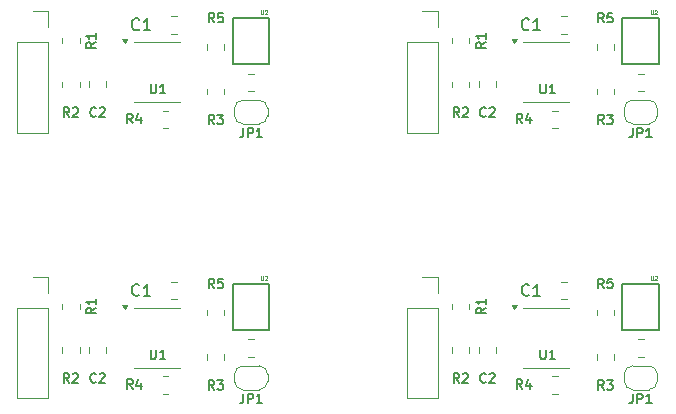
<source format=gbr>
%TF.GenerationSoftware,KiCad,Pcbnew,8.0.8-8.0.8-0~ubuntu24.04.1*%
%TF.CreationDate,2025-02-18T11:08:38+01:00*%
%TF.ProjectId,SPU0410LR5H_panel,53505530-3431-4304-9c52-35485f70616e,rev?*%
%TF.SameCoordinates,Original*%
%TF.FileFunction,Legend,Top*%
%TF.FilePolarity,Positive*%
%FSLAX46Y46*%
G04 Gerber Fmt 4.6, Leading zero omitted, Abs format (unit mm)*
G04 Created by KiCad (PCBNEW 8.0.8-8.0.8-0~ubuntu24.04.1) date 2025-02-18 11:08:38*
%MOMM*%
%LPD*%
G01*
G04 APERTURE LIST*
%ADD10C,0.150000*%
%ADD11C,0.080000*%
%ADD12C,0.120000*%
%ADD13C,0.127000*%
G04 APERTURE END LIST*
D10*
X97133333Y-31002295D02*
X97133333Y-31573723D01*
X97133333Y-31573723D02*
X97095238Y-31688009D01*
X97095238Y-31688009D02*
X97019047Y-31764200D01*
X97019047Y-31764200D02*
X96904762Y-31802295D01*
X96904762Y-31802295D02*
X96828571Y-31802295D01*
X97514286Y-31802295D02*
X97514286Y-31002295D01*
X97514286Y-31002295D02*
X97819048Y-31002295D01*
X97819048Y-31002295D02*
X97895238Y-31040390D01*
X97895238Y-31040390D02*
X97933333Y-31078485D01*
X97933333Y-31078485D02*
X97971429Y-31154676D01*
X97971429Y-31154676D02*
X97971429Y-31268961D01*
X97971429Y-31268961D02*
X97933333Y-31345152D01*
X97933333Y-31345152D02*
X97895238Y-31383247D01*
X97895238Y-31383247D02*
X97819048Y-31421342D01*
X97819048Y-31421342D02*
X97514286Y-31421342D01*
X98733333Y-31802295D02*
X98276190Y-31802295D01*
X98504762Y-31802295D02*
X98504762Y-31002295D01*
X98504762Y-31002295D02*
X98428571Y-31116580D01*
X98428571Y-31116580D02*
X98352381Y-31192771D01*
X98352381Y-31192771D02*
X98276190Y-31230866D01*
X82416667Y-52562296D02*
X82150000Y-52181343D01*
X81959524Y-52562296D02*
X81959524Y-51762296D01*
X81959524Y-51762296D02*
X82264286Y-51762296D01*
X82264286Y-51762296D02*
X82340476Y-51800391D01*
X82340476Y-51800391D02*
X82378571Y-51838486D01*
X82378571Y-51838486D02*
X82416667Y-51914677D01*
X82416667Y-51914677D02*
X82416667Y-52028962D01*
X82416667Y-52028962D02*
X82378571Y-52105153D01*
X82378571Y-52105153D02*
X82340476Y-52143248D01*
X82340476Y-52143248D02*
X82264286Y-52181343D01*
X82264286Y-52181343D02*
X81959524Y-52181343D01*
X82721428Y-51838486D02*
X82759524Y-51800391D01*
X82759524Y-51800391D02*
X82835714Y-51762296D01*
X82835714Y-51762296D02*
X83026190Y-51762296D01*
X83026190Y-51762296D02*
X83102381Y-51800391D01*
X83102381Y-51800391D02*
X83140476Y-51838486D01*
X83140476Y-51838486D02*
X83178571Y-51914677D01*
X83178571Y-51914677D02*
X83178571Y-51990867D01*
X83178571Y-51990867D02*
X83140476Y-52105153D01*
X83140476Y-52105153D02*
X82683333Y-52562296D01*
X82683333Y-52562296D02*
X83178571Y-52562296D01*
X127666667Y-30662296D02*
X127400000Y-30281343D01*
X127209524Y-30662296D02*
X127209524Y-29862296D01*
X127209524Y-29862296D02*
X127514286Y-29862296D01*
X127514286Y-29862296D02*
X127590476Y-29900391D01*
X127590476Y-29900391D02*
X127628571Y-29938486D01*
X127628571Y-29938486D02*
X127666667Y-30014677D01*
X127666667Y-30014677D02*
X127666667Y-30128962D01*
X127666667Y-30128962D02*
X127628571Y-30205153D01*
X127628571Y-30205153D02*
X127590476Y-30243248D01*
X127590476Y-30243248D02*
X127514286Y-30281343D01*
X127514286Y-30281343D02*
X127209524Y-30281343D01*
X127933333Y-29862296D02*
X128428571Y-29862296D01*
X128428571Y-29862296D02*
X128161905Y-30167058D01*
X128161905Y-30167058D02*
X128276190Y-30167058D01*
X128276190Y-30167058D02*
X128352381Y-30205153D01*
X128352381Y-30205153D02*
X128390476Y-30243248D01*
X128390476Y-30243248D02*
X128428571Y-30319439D01*
X128428571Y-30319439D02*
X128428571Y-30509915D01*
X128428571Y-30509915D02*
X128390476Y-30586105D01*
X128390476Y-30586105D02*
X128352381Y-30624201D01*
X128352381Y-30624201D02*
X128276190Y-30662296D01*
X128276190Y-30662296D02*
X128047619Y-30662296D01*
X128047619Y-30662296D02*
X127971428Y-30624201D01*
X127971428Y-30624201D02*
X127933333Y-30586105D01*
X84662295Y-23733332D02*
X84281342Y-23999999D01*
X84662295Y-24190475D02*
X83862295Y-24190475D01*
X83862295Y-24190475D02*
X83862295Y-23885713D01*
X83862295Y-23885713D02*
X83900390Y-23809523D01*
X83900390Y-23809523D02*
X83938485Y-23771428D01*
X83938485Y-23771428D02*
X84014676Y-23733332D01*
X84014676Y-23733332D02*
X84128961Y-23733332D01*
X84128961Y-23733332D02*
X84205152Y-23771428D01*
X84205152Y-23771428D02*
X84243247Y-23809523D01*
X84243247Y-23809523D02*
X84281342Y-23885713D01*
X84281342Y-23885713D02*
X84281342Y-24190475D01*
X84662295Y-22971428D02*
X84662295Y-23428571D01*
X84662295Y-23199999D02*
X83862295Y-23199999D01*
X83862295Y-23199999D02*
X83976580Y-23276190D01*
X83976580Y-23276190D02*
X84052771Y-23352380D01*
X84052771Y-23352380D02*
X84090866Y-23428571D01*
D11*
X98656190Y-21023878D02*
X98656190Y-21282925D01*
X98656190Y-21282925D02*
X98671428Y-21313401D01*
X98671428Y-21313401D02*
X98686666Y-21328640D01*
X98686666Y-21328640D02*
X98717142Y-21343878D01*
X98717142Y-21343878D02*
X98778095Y-21343878D01*
X98778095Y-21343878D02*
X98808571Y-21328640D01*
X98808571Y-21328640D02*
X98823809Y-21313401D01*
X98823809Y-21313401D02*
X98839047Y-21282925D01*
X98839047Y-21282925D02*
X98839047Y-21023878D01*
X98976190Y-21054354D02*
X98991428Y-21039116D01*
X98991428Y-21039116D02*
X99021904Y-21023878D01*
X99021904Y-21023878D02*
X99098095Y-21023878D01*
X99098095Y-21023878D02*
X99128571Y-21039116D01*
X99128571Y-21039116D02*
X99143809Y-21054354D01*
X99143809Y-21054354D02*
X99159047Y-21084830D01*
X99159047Y-21084830D02*
X99159047Y-21115306D01*
X99159047Y-21115306D02*
X99143809Y-21161020D01*
X99143809Y-21161020D02*
X98960952Y-21343878D01*
X98960952Y-21343878D02*
X99159047Y-21343878D01*
D10*
X120766668Y-53087295D02*
X120500001Y-52706342D01*
X120309525Y-53087295D02*
X120309525Y-52287295D01*
X120309525Y-52287295D02*
X120614287Y-52287295D01*
X120614287Y-52287295D02*
X120690477Y-52325390D01*
X120690477Y-52325390D02*
X120728572Y-52363485D01*
X120728572Y-52363485D02*
X120766668Y-52439676D01*
X120766668Y-52439676D02*
X120766668Y-52553961D01*
X120766668Y-52553961D02*
X120728572Y-52630152D01*
X120728572Y-52630152D02*
X120690477Y-52668247D01*
X120690477Y-52668247D02*
X120614287Y-52706342D01*
X120614287Y-52706342D02*
X120309525Y-52706342D01*
X121452382Y-52553961D02*
X121452382Y-53087295D01*
X121261906Y-52249200D02*
X121071429Y-52820628D01*
X121071429Y-52820628D02*
X121566668Y-52820628D01*
X121333333Y-22624580D02*
X121285714Y-22672200D01*
X121285714Y-22672200D02*
X121142857Y-22719819D01*
X121142857Y-22719819D02*
X121047619Y-22719819D01*
X121047619Y-22719819D02*
X120904762Y-22672200D01*
X120904762Y-22672200D02*
X120809524Y-22576961D01*
X120809524Y-22576961D02*
X120761905Y-22481723D01*
X120761905Y-22481723D02*
X120714286Y-22291247D01*
X120714286Y-22291247D02*
X120714286Y-22148390D01*
X120714286Y-22148390D02*
X120761905Y-21957914D01*
X120761905Y-21957914D02*
X120809524Y-21862676D01*
X120809524Y-21862676D02*
X120904762Y-21767438D01*
X120904762Y-21767438D02*
X121047619Y-21719819D01*
X121047619Y-21719819D02*
X121142857Y-21719819D01*
X121142857Y-21719819D02*
X121285714Y-21767438D01*
X121285714Y-21767438D02*
X121333333Y-21815057D01*
X122285714Y-22719819D02*
X121714286Y-22719819D01*
X122000000Y-22719819D02*
X122000000Y-21719819D01*
X122000000Y-21719819D02*
X121904762Y-21862676D01*
X121904762Y-21862676D02*
X121809524Y-21957914D01*
X121809524Y-21957914D02*
X121714286Y-22005533D01*
X94666667Y-53162296D02*
X94400000Y-52781343D01*
X94209524Y-53162296D02*
X94209524Y-52362296D01*
X94209524Y-52362296D02*
X94514286Y-52362296D01*
X94514286Y-52362296D02*
X94590476Y-52400391D01*
X94590476Y-52400391D02*
X94628571Y-52438486D01*
X94628571Y-52438486D02*
X94666667Y-52514677D01*
X94666667Y-52514677D02*
X94666667Y-52628962D01*
X94666667Y-52628962D02*
X94628571Y-52705153D01*
X94628571Y-52705153D02*
X94590476Y-52743248D01*
X94590476Y-52743248D02*
X94514286Y-52781343D01*
X94514286Y-52781343D02*
X94209524Y-52781343D01*
X94933333Y-52362296D02*
X95428571Y-52362296D01*
X95428571Y-52362296D02*
X95161905Y-52667058D01*
X95161905Y-52667058D02*
X95276190Y-52667058D01*
X95276190Y-52667058D02*
X95352381Y-52705153D01*
X95352381Y-52705153D02*
X95390476Y-52743248D01*
X95390476Y-52743248D02*
X95428571Y-52819439D01*
X95428571Y-52819439D02*
X95428571Y-53009915D01*
X95428571Y-53009915D02*
X95390476Y-53086105D01*
X95390476Y-53086105D02*
X95352381Y-53124201D01*
X95352381Y-53124201D02*
X95276190Y-53162296D01*
X95276190Y-53162296D02*
X95047619Y-53162296D01*
X95047619Y-53162296D02*
X94971428Y-53124201D01*
X94971428Y-53124201D02*
X94933333Y-53086105D01*
X84662295Y-46233332D02*
X84281342Y-46499999D01*
X84662295Y-46690475D02*
X83862295Y-46690475D01*
X83862295Y-46690475D02*
X83862295Y-46385713D01*
X83862295Y-46385713D02*
X83900390Y-46309523D01*
X83900390Y-46309523D02*
X83938485Y-46271428D01*
X83938485Y-46271428D02*
X84014676Y-46233332D01*
X84014676Y-46233332D02*
X84128961Y-46233332D01*
X84128961Y-46233332D02*
X84205152Y-46271428D01*
X84205152Y-46271428D02*
X84243247Y-46309523D01*
X84243247Y-46309523D02*
X84281342Y-46385713D01*
X84281342Y-46385713D02*
X84281342Y-46690475D01*
X84662295Y-45471428D02*
X84662295Y-45928571D01*
X84662295Y-45699999D02*
X83862295Y-45699999D01*
X83862295Y-45699999D02*
X83976580Y-45776190D01*
X83976580Y-45776190D02*
X84052771Y-45852380D01*
X84052771Y-45852380D02*
X84090866Y-45928571D01*
X127666667Y-53162296D02*
X127400000Y-52781343D01*
X127209524Y-53162296D02*
X127209524Y-52362296D01*
X127209524Y-52362296D02*
X127514286Y-52362296D01*
X127514286Y-52362296D02*
X127590476Y-52400391D01*
X127590476Y-52400391D02*
X127628571Y-52438486D01*
X127628571Y-52438486D02*
X127666667Y-52514677D01*
X127666667Y-52514677D02*
X127666667Y-52628962D01*
X127666667Y-52628962D02*
X127628571Y-52705153D01*
X127628571Y-52705153D02*
X127590476Y-52743248D01*
X127590476Y-52743248D02*
X127514286Y-52781343D01*
X127514286Y-52781343D02*
X127209524Y-52781343D01*
X127933333Y-52362296D02*
X128428571Y-52362296D01*
X128428571Y-52362296D02*
X128161905Y-52667058D01*
X128161905Y-52667058D02*
X128276190Y-52667058D01*
X128276190Y-52667058D02*
X128352381Y-52705153D01*
X128352381Y-52705153D02*
X128390476Y-52743248D01*
X128390476Y-52743248D02*
X128428571Y-52819439D01*
X128428571Y-52819439D02*
X128428571Y-53009915D01*
X128428571Y-53009915D02*
X128390476Y-53086105D01*
X128390476Y-53086105D02*
X128352381Y-53124201D01*
X128352381Y-53124201D02*
X128276190Y-53162296D01*
X128276190Y-53162296D02*
X128047619Y-53162296D01*
X128047619Y-53162296D02*
X127971428Y-53124201D01*
X127971428Y-53124201D02*
X127933333Y-53086105D01*
X88333333Y-45124580D02*
X88285714Y-45172200D01*
X88285714Y-45172200D02*
X88142857Y-45219819D01*
X88142857Y-45219819D02*
X88047619Y-45219819D01*
X88047619Y-45219819D02*
X87904762Y-45172200D01*
X87904762Y-45172200D02*
X87809524Y-45076961D01*
X87809524Y-45076961D02*
X87761905Y-44981723D01*
X87761905Y-44981723D02*
X87714286Y-44791247D01*
X87714286Y-44791247D02*
X87714286Y-44648390D01*
X87714286Y-44648390D02*
X87761905Y-44457914D01*
X87761905Y-44457914D02*
X87809524Y-44362676D01*
X87809524Y-44362676D02*
X87904762Y-44267438D01*
X87904762Y-44267438D02*
X88047619Y-44219819D01*
X88047619Y-44219819D02*
X88142857Y-44219819D01*
X88142857Y-44219819D02*
X88285714Y-44267438D01*
X88285714Y-44267438D02*
X88333333Y-44315057D01*
X89285714Y-45219819D02*
X88714286Y-45219819D01*
X89000000Y-45219819D02*
X89000000Y-44219819D01*
X89000000Y-44219819D02*
X88904762Y-44362676D01*
X88904762Y-44362676D02*
X88809524Y-44457914D01*
X88809524Y-44457914D02*
X88714286Y-44505533D01*
X130133333Y-53502295D02*
X130133333Y-54073723D01*
X130133333Y-54073723D02*
X130095238Y-54188009D01*
X130095238Y-54188009D02*
X130019047Y-54264200D01*
X130019047Y-54264200D02*
X129904762Y-54302295D01*
X129904762Y-54302295D02*
X129828571Y-54302295D01*
X130514286Y-54302295D02*
X130514286Y-53502295D01*
X130514286Y-53502295D02*
X130819048Y-53502295D01*
X130819048Y-53502295D02*
X130895238Y-53540390D01*
X130895238Y-53540390D02*
X130933333Y-53578485D01*
X130933333Y-53578485D02*
X130971429Y-53654676D01*
X130971429Y-53654676D02*
X130971429Y-53768961D01*
X130971429Y-53768961D02*
X130933333Y-53845152D01*
X130933333Y-53845152D02*
X130895238Y-53883247D01*
X130895238Y-53883247D02*
X130819048Y-53921342D01*
X130819048Y-53921342D02*
X130514286Y-53921342D01*
X131733333Y-54302295D02*
X131276190Y-54302295D01*
X131504762Y-54302295D02*
X131504762Y-53502295D01*
X131504762Y-53502295D02*
X131428571Y-53616580D01*
X131428571Y-53616580D02*
X131352381Y-53692771D01*
X131352381Y-53692771D02*
X131276190Y-53730866D01*
X127666667Y-44562296D02*
X127400000Y-44181343D01*
X127209524Y-44562296D02*
X127209524Y-43762296D01*
X127209524Y-43762296D02*
X127514286Y-43762296D01*
X127514286Y-43762296D02*
X127590476Y-43800391D01*
X127590476Y-43800391D02*
X127628571Y-43838486D01*
X127628571Y-43838486D02*
X127666667Y-43914677D01*
X127666667Y-43914677D02*
X127666667Y-44028962D01*
X127666667Y-44028962D02*
X127628571Y-44105153D01*
X127628571Y-44105153D02*
X127590476Y-44143248D01*
X127590476Y-44143248D02*
X127514286Y-44181343D01*
X127514286Y-44181343D02*
X127209524Y-44181343D01*
X128390476Y-43762296D02*
X128009524Y-43762296D01*
X128009524Y-43762296D02*
X127971428Y-44143248D01*
X127971428Y-44143248D02*
X128009524Y-44105153D01*
X128009524Y-44105153D02*
X128085714Y-44067058D01*
X128085714Y-44067058D02*
X128276190Y-44067058D01*
X128276190Y-44067058D02*
X128352381Y-44105153D01*
X128352381Y-44105153D02*
X128390476Y-44143248D01*
X128390476Y-44143248D02*
X128428571Y-44219439D01*
X128428571Y-44219439D02*
X128428571Y-44409915D01*
X128428571Y-44409915D02*
X128390476Y-44486105D01*
X128390476Y-44486105D02*
X128352381Y-44524201D01*
X128352381Y-44524201D02*
X128276190Y-44562296D01*
X128276190Y-44562296D02*
X128085714Y-44562296D01*
X128085714Y-44562296D02*
X128009524Y-44524201D01*
X128009524Y-44524201D02*
X127971428Y-44486105D01*
X122290476Y-27262296D02*
X122290476Y-27909915D01*
X122290476Y-27909915D02*
X122328571Y-27986105D01*
X122328571Y-27986105D02*
X122366666Y-28024201D01*
X122366666Y-28024201D02*
X122442857Y-28062296D01*
X122442857Y-28062296D02*
X122595238Y-28062296D01*
X122595238Y-28062296D02*
X122671428Y-28024201D01*
X122671428Y-28024201D02*
X122709523Y-27986105D01*
X122709523Y-27986105D02*
X122747619Y-27909915D01*
X122747619Y-27909915D02*
X122747619Y-27262296D01*
X123547618Y-28062296D02*
X123090475Y-28062296D01*
X123319047Y-28062296D02*
X123319047Y-27262296D01*
X123319047Y-27262296D02*
X123242856Y-27376581D01*
X123242856Y-27376581D02*
X123166666Y-27452772D01*
X123166666Y-27452772D02*
X123090475Y-27490867D01*
X94666667Y-22062296D02*
X94400000Y-21681343D01*
X94209524Y-22062296D02*
X94209524Y-21262296D01*
X94209524Y-21262296D02*
X94514286Y-21262296D01*
X94514286Y-21262296D02*
X94590476Y-21300391D01*
X94590476Y-21300391D02*
X94628571Y-21338486D01*
X94628571Y-21338486D02*
X94666667Y-21414677D01*
X94666667Y-21414677D02*
X94666667Y-21528962D01*
X94666667Y-21528962D02*
X94628571Y-21605153D01*
X94628571Y-21605153D02*
X94590476Y-21643248D01*
X94590476Y-21643248D02*
X94514286Y-21681343D01*
X94514286Y-21681343D02*
X94209524Y-21681343D01*
X95390476Y-21262296D02*
X95009524Y-21262296D01*
X95009524Y-21262296D02*
X94971428Y-21643248D01*
X94971428Y-21643248D02*
X95009524Y-21605153D01*
X95009524Y-21605153D02*
X95085714Y-21567058D01*
X95085714Y-21567058D02*
X95276190Y-21567058D01*
X95276190Y-21567058D02*
X95352381Y-21605153D01*
X95352381Y-21605153D02*
X95390476Y-21643248D01*
X95390476Y-21643248D02*
X95428571Y-21719439D01*
X95428571Y-21719439D02*
X95428571Y-21909915D01*
X95428571Y-21909915D02*
X95390476Y-21986105D01*
X95390476Y-21986105D02*
X95352381Y-22024201D01*
X95352381Y-22024201D02*
X95276190Y-22062296D01*
X95276190Y-22062296D02*
X95085714Y-22062296D01*
X95085714Y-22062296D02*
X95009524Y-22024201D01*
X95009524Y-22024201D02*
X94971428Y-21986105D01*
X84666667Y-29986105D02*
X84628571Y-30024201D01*
X84628571Y-30024201D02*
X84514286Y-30062296D01*
X84514286Y-30062296D02*
X84438095Y-30062296D01*
X84438095Y-30062296D02*
X84323809Y-30024201D01*
X84323809Y-30024201D02*
X84247619Y-29948010D01*
X84247619Y-29948010D02*
X84209524Y-29871820D01*
X84209524Y-29871820D02*
X84171428Y-29719439D01*
X84171428Y-29719439D02*
X84171428Y-29605153D01*
X84171428Y-29605153D02*
X84209524Y-29452772D01*
X84209524Y-29452772D02*
X84247619Y-29376581D01*
X84247619Y-29376581D02*
X84323809Y-29300391D01*
X84323809Y-29300391D02*
X84438095Y-29262296D01*
X84438095Y-29262296D02*
X84514286Y-29262296D01*
X84514286Y-29262296D02*
X84628571Y-29300391D01*
X84628571Y-29300391D02*
X84666667Y-29338486D01*
X84971428Y-29338486D02*
X85009524Y-29300391D01*
X85009524Y-29300391D02*
X85085714Y-29262296D01*
X85085714Y-29262296D02*
X85276190Y-29262296D01*
X85276190Y-29262296D02*
X85352381Y-29300391D01*
X85352381Y-29300391D02*
X85390476Y-29338486D01*
X85390476Y-29338486D02*
X85428571Y-29414677D01*
X85428571Y-29414677D02*
X85428571Y-29490867D01*
X85428571Y-29490867D02*
X85390476Y-29605153D01*
X85390476Y-29605153D02*
X84933333Y-30062296D01*
X84933333Y-30062296D02*
X85428571Y-30062296D01*
X122290476Y-49762296D02*
X122290476Y-50409915D01*
X122290476Y-50409915D02*
X122328571Y-50486105D01*
X122328571Y-50486105D02*
X122366666Y-50524201D01*
X122366666Y-50524201D02*
X122442857Y-50562296D01*
X122442857Y-50562296D02*
X122595238Y-50562296D01*
X122595238Y-50562296D02*
X122671428Y-50524201D01*
X122671428Y-50524201D02*
X122709523Y-50486105D01*
X122709523Y-50486105D02*
X122747619Y-50409915D01*
X122747619Y-50409915D02*
X122747619Y-49762296D01*
X123547618Y-50562296D02*
X123090475Y-50562296D01*
X123319047Y-50562296D02*
X123319047Y-49762296D01*
X123319047Y-49762296D02*
X123242856Y-49876581D01*
X123242856Y-49876581D02*
X123166666Y-49952772D01*
X123166666Y-49952772D02*
X123090475Y-49990867D01*
D11*
X98656190Y-43523878D02*
X98656190Y-43782925D01*
X98656190Y-43782925D02*
X98671428Y-43813401D01*
X98671428Y-43813401D02*
X98686666Y-43828640D01*
X98686666Y-43828640D02*
X98717142Y-43843878D01*
X98717142Y-43843878D02*
X98778095Y-43843878D01*
X98778095Y-43843878D02*
X98808571Y-43828640D01*
X98808571Y-43828640D02*
X98823809Y-43813401D01*
X98823809Y-43813401D02*
X98839047Y-43782925D01*
X98839047Y-43782925D02*
X98839047Y-43523878D01*
X98976190Y-43554354D02*
X98991428Y-43539116D01*
X98991428Y-43539116D02*
X99021904Y-43523878D01*
X99021904Y-43523878D02*
X99098095Y-43523878D01*
X99098095Y-43523878D02*
X99128571Y-43539116D01*
X99128571Y-43539116D02*
X99143809Y-43554354D01*
X99143809Y-43554354D02*
X99159047Y-43584830D01*
X99159047Y-43584830D02*
X99159047Y-43615306D01*
X99159047Y-43615306D02*
X99143809Y-43661020D01*
X99143809Y-43661020D02*
X98960952Y-43843878D01*
X98960952Y-43843878D02*
X99159047Y-43843878D01*
D10*
X84666667Y-52486105D02*
X84628571Y-52524201D01*
X84628571Y-52524201D02*
X84514286Y-52562296D01*
X84514286Y-52562296D02*
X84438095Y-52562296D01*
X84438095Y-52562296D02*
X84323809Y-52524201D01*
X84323809Y-52524201D02*
X84247619Y-52448010D01*
X84247619Y-52448010D02*
X84209524Y-52371820D01*
X84209524Y-52371820D02*
X84171428Y-52219439D01*
X84171428Y-52219439D02*
X84171428Y-52105153D01*
X84171428Y-52105153D02*
X84209524Y-51952772D01*
X84209524Y-51952772D02*
X84247619Y-51876581D01*
X84247619Y-51876581D02*
X84323809Y-51800391D01*
X84323809Y-51800391D02*
X84438095Y-51762296D01*
X84438095Y-51762296D02*
X84514286Y-51762296D01*
X84514286Y-51762296D02*
X84628571Y-51800391D01*
X84628571Y-51800391D02*
X84666667Y-51838486D01*
X84971428Y-51838486D02*
X85009524Y-51800391D01*
X85009524Y-51800391D02*
X85085714Y-51762296D01*
X85085714Y-51762296D02*
X85276190Y-51762296D01*
X85276190Y-51762296D02*
X85352381Y-51800391D01*
X85352381Y-51800391D02*
X85390476Y-51838486D01*
X85390476Y-51838486D02*
X85428571Y-51914677D01*
X85428571Y-51914677D02*
X85428571Y-51990867D01*
X85428571Y-51990867D02*
X85390476Y-52105153D01*
X85390476Y-52105153D02*
X84933333Y-52562296D01*
X84933333Y-52562296D02*
X85428571Y-52562296D01*
X88333333Y-22624580D02*
X88285714Y-22672200D01*
X88285714Y-22672200D02*
X88142857Y-22719819D01*
X88142857Y-22719819D02*
X88047619Y-22719819D01*
X88047619Y-22719819D02*
X87904762Y-22672200D01*
X87904762Y-22672200D02*
X87809524Y-22576961D01*
X87809524Y-22576961D02*
X87761905Y-22481723D01*
X87761905Y-22481723D02*
X87714286Y-22291247D01*
X87714286Y-22291247D02*
X87714286Y-22148390D01*
X87714286Y-22148390D02*
X87761905Y-21957914D01*
X87761905Y-21957914D02*
X87809524Y-21862676D01*
X87809524Y-21862676D02*
X87904762Y-21767438D01*
X87904762Y-21767438D02*
X88047619Y-21719819D01*
X88047619Y-21719819D02*
X88142857Y-21719819D01*
X88142857Y-21719819D02*
X88285714Y-21767438D01*
X88285714Y-21767438D02*
X88333333Y-21815057D01*
X89285714Y-22719819D02*
X88714286Y-22719819D01*
X89000000Y-22719819D02*
X89000000Y-21719819D01*
X89000000Y-21719819D02*
X88904762Y-21862676D01*
X88904762Y-21862676D02*
X88809524Y-21957914D01*
X88809524Y-21957914D02*
X88714286Y-22005533D01*
X87766668Y-30587295D02*
X87500001Y-30206342D01*
X87309525Y-30587295D02*
X87309525Y-29787295D01*
X87309525Y-29787295D02*
X87614287Y-29787295D01*
X87614287Y-29787295D02*
X87690477Y-29825390D01*
X87690477Y-29825390D02*
X87728572Y-29863485D01*
X87728572Y-29863485D02*
X87766668Y-29939676D01*
X87766668Y-29939676D02*
X87766668Y-30053961D01*
X87766668Y-30053961D02*
X87728572Y-30130152D01*
X87728572Y-30130152D02*
X87690477Y-30168247D01*
X87690477Y-30168247D02*
X87614287Y-30206342D01*
X87614287Y-30206342D02*
X87309525Y-30206342D01*
X88452382Y-30053961D02*
X88452382Y-30587295D01*
X88261906Y-29749200D02*
X88071429Y-30320628D01*
X88071429Y-30320628D02*
X88566668Y-30320628D01*
X115416667Y-52562296D02*
X115150000Y-52181343D01*
X114959524Y-52562296D02*
X114959524Y-51762296D01*
X114959524Y-51762296D02*
X115264286Y-51762296D01*
X115264286Y-51762296D02*
X115340476Y-51800391D01*
X115340476Y-51800391D02*
X115378571Y-51838486D01*
X115378571Y-51838486D02*
X115416667Y-51914677D01*
X115416667Y-51914677D02*
X115416667Y-52028962D01*
X115416667Y-52028962D02*
X115378571Y-52105153D01*
X115378571Y-52105153D02*
X115340476Y-52143248D01*
X115340476Y-52143248D02*
X115264286Y-52181343D01*
X115264286Y-52181343D02*
X114959524Y-52181343D01*
X115721428Y-51838486D02*
X115759524Y-51800391D01*
X115759524Y-51800391D02*
X115835714Y-51762296D01*
X115835714Y-51762296D02*
X116026190Y-51762296D01*
X116026190Y-51762296D02*
X116102381Y-51800391D01*
X116102381Y-51800391D02*
X116140476Y-51838486D01*
X116140476Y-51838486D02*
X116178571Y-51914677D01*
X116178571Y-51914677D02*
X116178571Y-51990867D01*
X116178571Y-51990867D02*
X116140476Y-52105153D01*
X116140476Y-52105153D02*
X115683333Y-52562296D01*
X115683333Y-52562296D02*
X116178571Y-52562296D01*
X121333333Y-45124580D02*
X121285714Y-45172200D01*
X121285714Y-45172200D02*
X121142857Y-45219819D01*
X121142857Y-45219819D02*
X121047619Y-45219819D01*
X121047619Y-45219819D02*
X120904762Y-45172200D01*
X120904762Y-45172200D02*
X120809524Y-45076961D01*
X120809524Y-45076961D02*
X120761905Y-44981723D01*
X120761905Y-44981723D02*
X120714286Y-44791247D01*
X120714286Y-44791247D02*
X120714286Y-44648390D01*
X120714286Y-44648390D02*
X120761905Y-44457914D01*
X120761905Y-44457914D02*
X120809524Y-44362676D01*
X120809524Y-44362676D02*
X120904762Y-44267438D01*
X120904762Y-44267438D02*
X121047619Y-44219819D01*
X121047619Y-44219819D02*
X121142857Y-44219819D01*
X121142857Y-44219819D02*
X121285714Y-44267438D01*
X121285714Y-44267438D02*
X121333333Y-44315057D01*
X122285714Y-45219819D02*
X121714286Y-45219819D01*
X122000000Y-45219819D02*
X122000000Y-44219819D01*
X122000000Y-44219819D02*
X121904762Y-44362676D01*
X121904762Y-44362676D02*
X121809524Y-44457914D01*
X121809524Y-44457914D02*
X121714286Y-44505533D01*
X117662295Y-23733332D02*
X117281342Y-23999999D01*
X117662295Y-24190475D02*
X116862295Y-24190475D01*
X116862295Y-24190475D02*
X116862295Y-23885713D01*
X116862295Y-23885713D02*
X116900390Y-23809523D01*
X116900390Y-23809523D02*
X116938485Y-23771428D01*
X116938485Y-23771428D02*
X117014676Y-23733332D01*
X117014676Y-23733332D02*
X117128961Y-23733332D01*
X117128961Y-23733332D02*
X117205152Y-23771428D01*
X117205152Y-23771428D02*
X117243247Y-23809523D01*
X117243247Y-23809523D02*
X117281342Y-23885713D01*
X117281342Y-23885713D02*
X117281342Y-24190475D01*
X117662295Y-22971428D02*
X117662295Y-23428571D01*
X117662295Y-23199999D02*
X116862295Y-23199999D01*
X116862295Y-23199999D02*
X116976580Y-23276190D01*
X116976580Y-23276190D02*
X117052771Y-23352380D01*
X117052771Y-23352380D02*
X117090866Y-23428571D01*
X94666667Y-44562296D02*
X94400000Y-44181343D01*
X94209524Y-44562296D02*
X94209524Y-43762296D01*
X94209524Y-43762296D02*
X94514286Y-43762296D01*
X94514286Y-43762296D02*
X94590476Y-43800391D01*
X94590476Y-43800391D02*
X94628571Y-43838486D01*
X94628571Y-43838486D02*
X94666667Y-43914677D01*
X94666667Y-43914677D02*
X94666667Y-44028962D01*
X94666667Y-44028962D02*
X94628571Y-44105153D01*
X94628571Y-44105153D02*
X94590476Y-44143248D01*
X94590476Y-44143248D02*
X94514286Y-44181343D01*
X94514286Y-44181343D02*
X94209524Y-44181343D01*
X95390476Y-43762296D02*
X95009524Y-43762296D01*
X95009524Y-43762296D02*
X94971428Y-44143248D01*
X94971428Y-44143248D02*
X95009524Y-44105153D01*
X95009524Y-44105153D02*
X95085714Y-44067058D01*
X95085714Y-44067058D02*
X95276190Y-44067058D01*
X95276190Y-44067058D02*
X95352381Y-44105153D01*
X95352381Y-44105153D02*
X95390476Y-44143248D01*
X95390476Y-44143248D02*
X95428571Y-44219439D01*
X95428571Y-44219439D02*
X95428571Y-44409915D01*
X95428571Y-44409915D02*
X95390476Y-44486105D01*
X95390476Y-44486105D02*
X95352381Y-44524201D01*
X95352381Y-44524201D02*
X95276190Y-44562296D01*
X95276190Y-44562296D02*
X95085714Y-44562296D01*
X95085714Y-44562296D02*
X95009524Y-44524201D01*
X95009524Y-44524201D02*
X94971428Y-44486105D01*
X89290476Y-49762296D02*
X89290476Y-50409915D01*
X89290476Y-50409915D02*
X89328571Y-50486105D01*
X89328571Y-50486105D02*
X89366666Y-50524201D01*
X89366666Y-50524201D02*
X89442857Y-50562296D01*
X89442857Y-50562296D02*
X89595238Y-50562296D01*
X89595238Y-50562296D02*
X89671428Y-50524201D01*
X89671428Y-50524201D02*
X89709523Y-50486105D01*
X89709523Y-50486105D02*
X89747619Y-50409915D01*
X89747619Y-50409915D02*
X89747619Y-49762296D01*
X90547618Y-50562296D02*
X90090475Y-50562296D01*
X90319047Y-50562296D02*
X90319047Y-49762296D01*
X90319047Y-49762296D02*
X90242856Y-49876581D01*
X90242856Y-49876581D02*
X90166666Y-49952772D01*
X90166666Y-49952772D02*
X90090475Y-49990867D01*
X94666667Y-30662296D02*
X94400000Y-30281343D01*
X94209524Y-30662296D02*
X94209524Y-29862296D01*
X94209524Y-29862296D02*
X94514286Y-29862296D01*
X94514286Y-29862296D02*
X94590476Y-29900391D01*
X94590476Y-29900391D02*
X94628571Y-29938486D01*
X94628571Y-29938486D02*
X94666667Y-30014677D01*
X94666667Y-30014677D02*
X94666667Y-30128962D01*
X94666667Y-30128962D02*
X94628571Y-30205153D01*
X94628571Y-30205153D02*
X94590476Y-30243248D01*
X94590476Y-30243248D02*
X94514286Y-30281343D01*
X94514286Y-30281343D02*
X94209524Y-30281343D01*
X94933333Y-29862296D02*
X95428571Y-29862296D01*
X95428571Y-29862296D02*
X95161905Y-30167058D01*
X95161905Y-30167058D02*
X95276190Y-30167058D01*
X95276190Y-30167058D02*
X95352381Y-30205153D01*
X95352381Y-30205153D02*
X95390476Y-30243248D01*
X95390476Y-30243248D02*
X95428571Y-30319439D01*
X95428571Y-30319439D02*
X95428571Y-30509915D01*
X95428571Y-30509915D02*
X95390476Y-30586105D01*
X95390476Y-30586105D02*
X95352381Y-30624201D01*
X95352381Y-30624201D02*
X95276190Y-30662296D01*
X95276190Y-30662296D02*
X95047619Y-30662296D01*
X95047619Y-30662296D02*
X94971428Y-30624201D01*
X94971428Y-30624201D02*
X94933333Y-30586105D01*
X82416667Y-30062296D02*
X82150000Y-29681343D01*
X81959524Y-30062296D02*
X81959524Y-29262296D01*
X81959524Y-29262296D02*
X82264286Y-29262296D01*
X82264286Y-29262296D02*
X82340476Y-29300391D01*
X82340476Y-29300391D02*
X82378571Y-29338486D01*
X82378571Y-29338486D02*
X82416667Y-29414677D01*
X82416667Y-29414677D02*
X82416667Y-29528962D01*
X82416667Y-29528962D02*
X82378571Y-29605153D01*
X82378571Y-29605153D02*
X82340476Y-29643248D01*
X82340476Y-29643248D02*
X82264286Y-29681343D01*
X82264286Y-29681343D02*
X81959524Y-29681343D01*
X82721428Y-29338486D02*
X82759524Y-29300391D01*
X82759524Y-29300391D02*
X82835714Y-29262296D01*
X82835714Y-29262296D02*
X83026190Y-29262296D01*
X83026190Y-29262296D02*
X83102381Y-29300391D01*
X83102381Y-29300391D02*
X83140476Y-29338486D01*
X83140476Y-29338486D02*
X83178571Y-29414677D01*
X83178571Y-29414677D02*
X83178571Y-29490867D01*
X83178571Y-29490867D02*
X83140476Y-29605153D01*
X83140476Y-29605153D02*
X82683333Y-30062296D01*
X82683333Y-30062296D02*
X83178571Y-30062296D01*
X127666667Y-22062296D02*
X127400000Y-21681343D01*
X127209524Y-22062296D02*
X127209524Y-21262296D01*
X127209524Y-21262296D02*
X127514286Y-21262296D01*
X127514286Y-21262296D02*
X127590476Y-21300391D01*
X127590476Y-21300391D02*
X127628571Y-21338486D01*
X127628571Y-21338486D02*
X127666667Y-21414677D01*
X127666667Y-21414677D02*
X127666667Y-21528962D01*
X127666667Y-21528962D02*
X127628571Y-21605153D01*
X127628571Y-21605153D02*
X127590476Y-21643248D01*
X127590476Y-21643248D02*
X127514286Y-21681343D01*
X127514286Y-21681343D02*
X127209524Y-21681343D01*
X128390476Y-21262296D02*
X128009524Y-21262296D01*
X128009524Y-21262296D02*
X127971428Y-21643248D01*
X127971428Y-21643248D02*
X128009524Y-21605153D01*
X128009524Y-21605153D02*
X128085714Y-21567058D01*
X128085714Y-21567058D02*
X128276190Y-21567058D01*
X128276190Y-21567058D02*
X128352381Y-21605153D01*
X128352381Y-21605153D02*
X128390476Y-21643248D01*
X128390476Y-21643248D02*
X128428571Y-21719439D01*
X128428571Y-21719439D02*
X128428571Y-21909915D01*
X128428571Y-21909915D02*
X128390476Y-21986105D01*
X128390476Y-21986105D02*
X128352381Y-22024201D01*
X128352381Y-22024201D02*
X128276190Y-22062296D01*
X128276190Y-22062296D02*
X128085714Y-22062296D01*
X128085714Y-22062296D02*
X128009524Y-22024201D01*
X128009524Y-22024201D02*
X127971428Y-21986105D01*
X120766668Y-30587295D02*
X120500001Y-30206342D01*
X120309525Y-30587295D02*
X120309525Y-29787295D01*
X120309525Y-29787295D02*
X120614287Y-29787295D01*
X120614287Y-29787295D02*
X120690477Y-29825390D01*
X120690477Y-29825390D02*
X120728572Y-29863485D01*
X120728572Y-29863485D02*
X120766668Y-29939676D01*
X120766668Y-29939676D02*
X120766668Y-30053961D01*
X120766668Y-30053961D02*
X120728572Y-30130152D01*
X120728572Y-30130152D02*
X120690477Y-30168247D01*
X120690477Y-30168247D02*
X120614287Y-30206342D01*
X120614287Y-30206342D02*
X120309525Y-30206342D01*
X121452382Y-30053961D02*
X121452382Y-30587295D01*
X121261906Y-29749200D02*
X121071429Y-30320628D01*
X121071429Y-30320628D02*
X121566668Y-30320628D01*
D11*
X131656190Y-21023878D02*
X131656190Y-21282925D01*
X131656190Y-21282925D02*
X131671428Y-21313401D01*
X131671428Y-21313401D02*
X131686666Y-21328640D01*
X131686666Y-21328640D02*
X131717142Y-21343878D01*
X131717142Y-21343878D02*
X131778095Y-21343878D01*
X131778095Y-21343878D02*
X131808571Y-21328640D01*
X131808571Y-21328640D02*
X131823809Y-21313401D01*
X131823809Y-21313401D02*
X131839047Y-21282925D01*
X131839047Y-21282925D02*
X131839047Y-21023878D01*
X131976190Y-21054354D02*
X131991428Y-21039116D01*
X131991428Y-21039116D02*
X132021904Y-21023878D01*
X132021904Y-21023878D02*
X132098095Y-21023878D01*
X132098095Y-21023878D02*
X132128571Y-21039116D01*
X132128571Y-21039116D02*
X132143809Y-21054354D01*
X132143809Y-21054354D02*
X132159047Y-21084830D01*
X132159047Y-21084830D02*
X132159047Y-21115306D01*
X132159047Y-21115306D02*
X132143809Y-21161020D01*
X132143809Y-21161020D02*
X131960952Y-21343878D01*
X131960952Y-21343878D02*
X132159047Y-21343878D01*
X131656190Y-43523878D02*
X131656190Y-43782925D01*
X131656190Y-43782925D02*
X131671428Y-43813401D01*
X131671428Y-43813401D02*
X131686666Y-43828640D01*
X131686666Y-43828640D02*
X131717142Y-43843878D01*
X131717142Y-43843878D02*
X131778095Y-43843878D01*
X131778095Y-43843878D02*
X131808571Y-43828640D01*
X131808571Y-43828640D02*
X131823809Y-43813401D01*
X131823809Y-43813401D02*
X131839047Y-43782925D01*
X131839047Y-43782925D02*
X131839047Y-43523878D01*
X131976190Y-43554354D02*
X131991428Y-43539116D01*
X131991428Y-43539116D02*
X132021904Y-43523878D01*
X132021904Y-43523878D02*
X132098095Y-43523878D01*
X132098095Y-43523878D02*
X132128571Y-43539116D01*
X132128571Y-43539116D02*
X132143809Y-43554354D01*
X132143809Y-43554354D02*
X132159047Y-43584830D01*
X132159047Y-43584830D02*
X132159047Y-43615306D01*
X132159047Y-43615306D02*
X132143809Y-43661020D01*
X132143809Y-43661020D02*
X131960952Y-43843878D01*
X131960952Y-43843878D02*
X132159047Y-43843878D01*
D10*
X97133333Y-53502295D02*
X97133333Y-54073723D01*
X97133333Y-54073723D02*
X97095238Y-54188009D01*
X97095238Y-54188009D02*
X97019047Y-54264200D01*
X97019047Y-54264200D02*
X96904762Y-54302295D01*
X96904762Y-54302295D02*
X96828571Y-54302295D01*
X97514286Y-54302295D02*
X97514286Y-53502295D01*
X97514286Y-53502295D02*
X97819048Y-53502295D01*
X97819048Y-53502295D02*
X97895238Y-53540390D01*
X97895238Y-53540390D02*
X97933333Y-53578485D01*
X97933333Y-53578485D02*
X97971429Y-53654676D01*
X97971429Y-53654676D02*
X97971429Y-53768961D01*
X97971429Y-53768961D02*
X97933333Y-53845152D01*
X97933333Y-53845152D02*
X97895238Y-53883247D01*
X97895238Y-53883247D02*
X97819048Y-53921342D01*
X97819048Y-53921342D02*
X97514286Y-53921342D01*
X98733333Y-54302295D02*
X98276190Y-54302295D01*
X98504762Y-54302295D02*
X98504762Y-53502295D01*
X98504762Y-53502295D02*
X98428571Y-53616580D01*
X98428571Y-53616580D02*
X98352381Y-53692771D01*
X98352381Y-53692771D02*
X98276190Y-53730866D01*
X87766668Y-53087295D02*
X87500001Y-52706342D01*
X87309525Y-53087295D02*
X87309525Y-52287295D01*
X87309525Y-52287295D02*
X87614287Y-52287295D01*
X87614287Y-52287295D02*
X87690477Y-52325390D01*
X87690477Y-52325390D02*
X87728572Y-52363485D01*
X87728572Y-52363485D02*
X87766668Y-52439676D01*
X87766668Y-52439676D02*
X87766668Y-52553961D01*
X87766668Y-52553961D02*
X87728572Y-52630152D01*
X87728572Y-52630152D02*
X87690477Y-52668247D01*
X87690477Y-52668247D02*
X87614287Y-52706342D01*
X87614287Y-52706342D02*
X87309525Y-52706342D01*
X88452382Y-52553961D02*
X88452382Y-53087295D01*
X88261906Y-52249200D02*
X88071429Y-52820628D01*
X88071429Y-52820628D02*
X88566668Y-52820628D01*
X115416667Y-30062296D02*
X115150000Y-29681343D01*
X114959524Y-30062296D02*
X114959524Y-29262296D01*
X114959524Y-29262296D02*
X115264286Y-29262296D01*
X115264286Y-29262296D02*
X115340476Y-29300391D01*
X115340476Y-29300391D02*
X115378571Y-29338486D01*
X115378571Y-29338486D02*
X115416667Y-29414677D01*
X115416667Y-29414677D02*
X115416667Y-29528962D01*
X115416667Y-29528962D02*
X115378571Y-29605153D01*
X115378571Y-29605153D02*
X115340476Y-29643248D01*
X115340476Y-29643248D02*
X115264286Y-29681343D01*
X115264286Y-29681343D02*
X114959524Y-29681343D01*
X115721428Y-29338486D02*
X115759524Y-29300391D01*
X115759524Y-29300391D02*
X115835714Y-29262296D01*
X115835714Y-29262296D02*
X116026190Y-29262296D01*
X116026190Y-29262296D02*
X116102381Y-29300391D01*
X116102381Y-29300391D02*
X116140476Y-29338486D01*
X116140476Y-29338486D02*
X116178571Y-29414677D01*
X116178571Y-29414677D02*
X116178571Y-29490867D01*
X116178571Y-29490867D02*
X116140476Y-29605153D01*
X116140476Y-29605153D02*
X115683333Y-30062296D01*
X115683333Y-30062296D02*
X116178571Y-30062296D01*
X89290476Y-27262296D02*
X89290476Y-27909915D01*
X89290476Y-27909915D02*
X89328571Y-27986105D01*
X89328571Y-27986105D02*
X89366666Y-28024201D01*
X89366666Y-28024201D02*
X89442857Y-28062296D01*
X89442857Y-28062296D02*
X89595238Y-28062296D01*
X89595238Y-28062296D02*
X89671428Y-28024201D01*
X89671428Y-28024201D02*
X89709523Y-27986105D01*
X89709523Y-27986105D02*
X89747619Y-27909915D01*
X89747619Y-27909915D02*
X89747619Y-27262296D01*
X90547618Y-28062296D02*
X90090475Y-28062296D01*
X90319047Y-28062296D02*
X90319047Y-27262296D01*
X90319047Y-27262296D02*
X90242856Y-27376581D01*
X90242856Y-27376581D02*
X90166666Y-27452772D01*
X90166666Y-27452772D02*
X90090475Y-27490867D01*
X117666667Y-52486105D02*
X117628571Y-52524201D01*
X117628571Y-52524201D02*
X117514286Y-52562296D01*
X117514286Y-52562296D02*
X117438095Y-52562296D01*
X117438095Y-52562296D02*
X117323809Y-52524201D01*
X117323809Y-52524201D02*
X117247619Y-52448010D01*
X117247619Y-52448010D02*
X117209524Y-52371820D01*
X117209524Y-52371820D02*
X117171428Y-52219439D01*
X117171428Y-52219439D02*
X117171428Y-52105153D01*
X117171428Y-52105153D02*
X117209524Y-51952772D01*
X117209524Y-51952772D02*
X117247619Y-51876581D01*
X117247619Y-51876581D02*
X117323809Y-51800391D01*
X117323809Y-51800391D02*
X117438095Y-51762296D01*
X117438095Y-51762296D02*
X117514286Y-51762296D01*
X117514286Y-51762296D02*
X117628571Y-51800391D01*
X117628571Y-51800391D02*
X117666667Y-51838486D01*
X117971428Y-51838486D02*
X118009524Y-51800391D01*
X118009524Y-51800391D02*
X118085714Y-51762296D01*
X118085714Y-51762296D02*
X118276190Y-51762296D01*
X118276190Y-51762296D02*
X118352381Y-51800391D01*
X118352381Y-51800391D02*
X118390476Y-51838486D01*
X118390476Y-51838486D02*
X118428571Y-51914677D01*
X118428571Y-51914677D02*
X118428571Y-51990867D01*
X118428571Y-51990867D02*
X118390476Y-52105153D01*
X118390476Y-52105153D02*
X117933333Y-52562296D01*
X117933333Y-52562296D02*
X118428571Y-52562296D01*
X117662295Y-46233332D02*
X117281342Y-46499999D01*
X117662295Y-46690475D02*
X116862295Y-46690475D01*
X116862295Y-46690475D02*
X116862295Y-46385713D01*
X116862295Y-46385713D02*
X116900390Y-46309523D01*
X116900390Y-46309523D02*
X116938485Y-46271428D01*
X116938485Y-46271428D02*
X117014676Y-46233332D01*
X117014676Y-46233332D02*
X117128961Y-46233332D01*
X117128961Y-46233332D02*
X117205152Y-46271428D01*
X117205152Y-46271428D02*
X117243247Y-46309523D01*
X117243247Y-46309523D02*
X117281342Y-46385713D01*
X117281342Y-46385713D02*
X117281342Y-46690475D01*
X117662295Y-45471428D02*
X117662295Y-45928571D01*
X117662295Y-45699999D02*
X116862295Y-45699999D01*
X116862295Y-45699999D02*
X116976580Y-45776190D01*
X116976580Y-45776190D02*
X117052771Y-45852380D01*
X117052771Y-45852380D02*
X117090866Y-45928571D01*
X130133333Y-31002295D02*
X130133333Y-31573723D01*
X130133333Y-31573723D02*
X130095238Y-31688009D01*
X130095238Y-31688009D02*
X130019047Y-31764200D01*
X130019047Y-31764200D02*
X129904762Y-31802295D01*
X129904762Y-31802295D02*
X129828571Y-31802295D01*
X130514286Y-31802295D02*
X130514286Y-31002295D01*
X130514286Y-31002295D02*
X130819048Y-31002295D01*
X130819048Y-31002295D02*
X130895238Y-31040390D01*
X130895238Y-31040390D02*
X130933333Y-31078485D01*
X130933333Y-31078485D02*
X130971429Y-31154676D01*
X130971429Y-31154676D02*
X130971429Y-31268961D01*
X130971429Y-31268961D02*
X130933333Y-31345152D01*
X130933333Y-31345152D02*
X130895238Y-31383247D01*
X130895238Y-31383247D02*
X130819048Y-31421342D01*
X130819048Y-31421342D02*
X130514286Y-31421342D01*
X131733333Y-31802295D02*
X131276190Y-31802295D01*
X131504762Y-31802295D02*
X131504762Y-31002295D01*
X131504762Y-31002295D02*
X131428571Y-31116580D01*
X131428571Y-31116580D02*
X131352381Y-31192771D01*
X131352381Y-31192771D02*
X131276190Y-31230866D01*
X117666667Y-29986105D02*
X117628571Y-30024201D01*
X117628571Y-30024201D02*
X117514286Y-30062296D01*
X117514286Y-30062296D02*
X117438095Y-30062296D01*
X117438095Y-30062296D02*
X117323809Y-30024201D01*
X117323809Y-30024201D02*
X117247619Y-29948010D01*
X117247619Y-29948010D02*
X117209524Y-29871820D01*
X117209524Y-29871820D02*
X117171428Y-29719439D01*
X117171428Y-29719439D02*
X117171428Y-29605153D01*
X117171428Y-29605153D02*
X117209524Y-29452772D01*
X117209524Y-29452772D02*
X117247619Y-29376581D01*
X117247619Y-29376581D02*
X117323809Y-29300391D01*
X117323809Y-29300391D02*
X117438095Y-29262296D01*
X117438095Y-29262296D02*
X117514286Y-29262296D01*
X117514286Y-29262296D02*
X117628571Y-29300391D01*
X117628571Y-29300391D02*
X117666667Y-29338486D01*
X117971428Y-29338486D02*
X118009524Y-29300391D01*
X118009524Y-29300391D02*
X118085714Y-29262296D01*
X118085714Y-29262296D02*
X118276190Y-29262296D01*
X118276190Y-29262296D02*
X118352381Y-29300391D01*
X118352381Y-29300391D02*
X118390476Y-29338486D01*
X118390476Y-29338486D02*
X118428571Y-29414677D01*
X118428571Y-29414677D02*
X118428571Y-29490867D01*
X118428571Y-29490867D02*
X118390476Y-29605153D01*
X118390476Y-29605153D02*
X117933333Y-30062296D01*
X117933333Y-30062296D02*
X118428571Y-30062296D01*
D12*
%TO.C,JP1*%
X96400000Y-29940000D02*
X96400000Y-29340000D01*
X97100000Y-28640000D02*
X98500000Y-28640000D01*
X98500000Y-30640000D02*
X97100000Y-30640000D01*
X99200000Y-29340000D02*
X99200000Y-29940000D01*
X96400000Y-29340000D02*
G75*
G02*
X97100000Y-28640000I700000J0D01*
G01*
X97100000Y-30640000D02*
G75*
G02*
X96400000Y-29940000I0J700000D01*
G01*
X98500000Y-28640000D02*
G75*
G02*
X99200000Y-29340000I1J-699999D01*
G01*
X99200000Y-29940000D02*
G75*
G02*
X98500000Y-30640000I-699999J-1D01*
G01*
%TO.C,R2*%
X81815000Y-49575436D02*
X81815000Y-50029564D01*
X83285000Y-49575436D02*
X83285000Y-50029564D01*
%TO.C,R3*%
X127065000Y-28117064D02*
X127065000Y-27662936D01*
X128535000Y-28117064D02*
X128535000Y-27662936D01*
%TO.C,R1*%
X81815000Y-23387936D02*
X81815000Y-23842064D01*
X83285000Y-23387936D02*
X83285000Y-23842064D01*
D13*
%TO.C,U2*%
X96250000Y-21710000D02*
X99350000Y-21710000D01*
X96250000Y-25570000D02*
X96250000Y-21710000D01*
X99350000Y-21710000D02*
X99350000Y-25570000D01*
X99350000Y-25570000D02*
X96250000Y-25570000D01*
D12*
%TO.C,J1*%
X110970000Y-46220000D02*
X110970000Y-53900000D01*
X110970000Y-46220000D02*
X113630000Y-46220000D01*
X110970000Y-53900000D02*
X113630000Y-53900000D01*
X112300000Y-43620000D02*
X113630000Y-43620000D01*
X113630000Y-43620000D02*
X113630000Y-44950000D01*
X113630000Y-46220000D02*
X113630000Y-53900000D01*
%TO.C,C3*%
X130538748Y-26405000D02*
X131061252Y-26405000D01*
X130538748Y-27875000D02*
X131061252Y-27875000D01*
%TO.C,R4*%
X123322936Y-52030000D02*
X123777064Y-52030000D01*
X123322936Y-53500000D02*
X123777064Y-53500000D01*
%TO.C,C1*%
X124561252Y-21530000D02*
X124038748Y-21530000D01*
X124561252Y-23000000D02*
X124038748Y-23000000D01*
%TO.C,R3*%
X94065000Y-50617064D02*
X94065000Y-50162936D01*
X95535000Y-50617064D02*
X95535000Y-50162936D01*
%TO.C,R1*%
X81815000Y-45887936D02*
X81815000Y-46342064D01*
X83285000Y-45887936D02*
X83285000Y-46342064D01*
%TO.C,R3*%
X127065000Y-50617064D02*
X127065000Y-50162936D01*
X128535000Y-50617064D02*
X128535000Y-50162936D01*
%TO.C,C1*%
X91561252Y-44030000D02*
X91038748Y-44030000D01*
X91561252Y-45500000D02*
X91038748Y-45500000D01*
%TO.C,JP1*%
X129400000Y-52440000D02*
X129400000Y-51840000D01*
X130100000Y-51140000D02*
X131500000Y-51140000D01*
X131500000Y-53140000D02*
X130100000Y-53140000D01*
X132200000Y-51840000D02*
X132200000Y-52440000D01*
X129400000Y-51840000D02*
G75*
G02*
X130100000Y-51140000I700000J0D01*
G01*
X130100000Y-53140000D02*
G75*
G02*
X129400000Y-52440000I0J700000D01*
G01*
X131500000Y-51140000D02*
G75*
G02*
X132200000Y-51840000I1J-699999D01*
G01*
X132200000Y-52440000D02*
G75*
G02*
X131500000Y-53140000I-699999J-1D01*
G01*
%TO.C,J1*%
X77970000Y-23720000D02*
X77970000Y-31400000D01*
X77970000Y-23720000D02*
X80630000Y-23720000D01*
X77970000Y-31400000D02*
X80630000Y-31400000D01*
X79300000Y-21120000D02*
X80630000Y-21120000D01*
X80630000Y-21120000D02*
X80630000Y-22450000D01*
X80630000Y-23720000D02*
X80630000Y-31400000D01*
%TO.C,R5*%
X127065000Y-46867064D02*
X127065000Y-46412936D01*
X128535000Y-46867064D02*
X128535000Y-46412936D01*
%TO.C,U1*%
X122800000Y-23705000D02*
X120850000Y-23705000D01*
X122800000Y-23705000D02*
X124750000Y-23705000D01*
X122800000Y-28825000D02*
X120850000Y-28825000D01*
X122800000Y-28825000D02*
X124750000Y-28825000D01*
X120100000Y-23800000D02*
X119860000Y-23470000D01*
X120340000Y-23470000D01*
X120100000Y-23800000D01*
G36*
X120100000Y-23800000D02*
G01*
X119860000Y-23470000D01*
X120340000Y-23470000D01*
X120100000Y-23800000D01*
G37*
%TO.C,J1*%
X77970000Y-46220000D02*
X77970000Y-53900000D01*
X77970000Y-46220000D02*
X80630000Y-46220000D01*
X77970000Y-53900000D02*
X80630000Y-53900000D01*
X79300000Y-43620000D02*
X80630000Y-43620000D01*
X80630000Y-43620000D02*
X80630000Y-44950000D01*
X80630000Y-46220000D02*
X80630000Y-53900000D01*
%TO.C,R5*%
X94065000Y-24367064D02*
X94065000Y-23912936D01*
X95535000Y-24367064D02*
X95535000Y-23912936D01*
%TO.C,C2*%
X84065000Y-27526252D02*
X84065000Y-27003748D01*
X85535000Y-27526252D02*
X85535000Y-27003748D01*
%TO.C,U1*%
X122800000Y-46205000D02*
X120850000Y-46205000D01*
X122800000Y-46205000D02*
X124750000Y-46205000D01*
X122800000Y-51325000D02*
X120850000Y-51325000D01*
X122800000Y-51325000D02*
X124750000Y-51325000D01*
X120100000Y-46300000D02*
X119860000Y-45970000D01*
X120340000Y-45970000D01*
X120100000Y-46300000D01*
G36*
X120100000Y-46300000D02*
G01*
X119860000Y-45970000D01*
X120340000Y-45970000D01*
X120100000Y-46300000D01*
G37*
D13*
%TO.C,U2*%
X96250000Y-44210000D02*
X99350000Y-44210000D01*
X96250000Y-48070000D02*
X96250000Y-44210000D01*
X99350000Y-44210000D02*
X99350000Y-48070000D01*
X99350000Y-48070000D02*
X96250000Y-48070000D01*
D12*
%TO.C,C2*%
X84065000Y-50026252D02*
X84065000Y-49503748D01*
X85535000Y-50026252D02*
X85535000Y-49503748D01*
%TO.C,C1*%
X91561252Y-21530000D02*
X91038748Y-21530000D01*
X91561252Y-23000000D02*
X91038748Y-23000000D01*
%TO.C,R4*%
X90322936Y-29530000D02*
X90777064Y-29530000D01*
X90322936Y-31000000D02*
X90777064Y-31000000D01*
%TO.C,C3*%
X97538748Y-48905000D02*
X98061252Y-48905000D01*
X97538748Y-50375000D02*
X98061252Y-50375000D01*
%TO.C,R2*%
X114815000Y-49575436D02*
X114815000Y-50029564D01*
X116285000Y-49575436D02*
X116285000Y-50029564D01*
%TO.C,C1*%
X124561252Y-44030000D02*
X124038748Y-44030000D01*
X124561252Y-45500000D02*
X124038748Y-45500000D01*
%TO.C,R1*%
X114815000Y-23387936D02*
X114815000Y-23842064D01*
X116285000Y-23387936D02*
X116285000Y-23842064D01*
%TO.C,J1*%
X110970000Y-23720000D02*
X110970000Y-31400000D01*
X110970000Y-23720000D02*
X113630000Y-23720000D01*
X110970000Y-31400000D02*
X113630000Y-31400000D01*
X112300000Y-21120000D02*
X113630000Y-21120000D01*
X113630000Y-21120000D02*
X113630000Y-22450000D01*
X113630000Y-23720000D02*
X113630000Y-31400000D01*
%TO.C,C3*%
X97538748Y-26405000D02*
X98061252Y-26405000D01*
X97538748Y-27875000D02*
X98061252Y-27875000D01*
%TO.C,R5*%
X94065000Y-46867064D02*
X94065000Y-46412936D01*
X95535000Y-46867064D02*
X95535000Y-46412936D01*
%TO.C,U1*%
X89800000Y-46205000D02*
X87850000Y-46205000D01*
X89800000Y-46205000D02*
X91750000Y-46205000D01*
X89800000Y-51325000D02*
X87850000Y-51325000D01*
X89800000Y-51325000D02*
X91750000Y-51325000D01*
X87100000Y-46300000D02*
X86860000Y-45970000D01*
X87340000Y-45970000D01*
X87100000Y-46300000D01*
G36*
X87100000Y-46300000D02*
G01*
X86860000Y-45970000D01*
X87340000Y-45970000D01*
X87100000Y-46300000D01*
G37*
%TO.C,C3*%
X130538748Y-48905000D02*
X131061252Y-48905000D01*
X130538748Y-50375000D02*
X131061252Y-50375000D01*
%TO.C,R3*%
X94065000Y-28117064D02*
X94065000Y-27662936D01*
X95535000Y-28117064D02*
X95535000Y-27662936D01*
%TO.C,R2*%
X81815000Y-27075436D02*
X81815000Y-27529564D01*
X83285000Y-27075436D02*
X83285000Y-27529564D01*
%TO.C,R5*%
X127065000Y-24367064D02*
X127065000Y-23912936D01*
X128535000Y-24367064D02*
X128535000Y-23912936D01*
%TO.C,R4*%
X123322936Y-29530000D02*
X123777064Y-29530000D01*
X123322936Y-31000000D02*
X123777064Y-31000000D01*
D13*
%TO.C,U2*%
X129250000Y-21710000D02*
X132350000Y-21710000D01*
X129250000Y-25570000D02*
X129250000Y-21710000D01*
X132350000Y-21710000D02*
X132350000Y-25570000D01*
X132350000Y-25570000D02*
X129250000Y-25570000D01*
X129250000Y-44210000D02*
X132350000Y-44210000D01*
X129250000Y-48070000D02*
X129250000Y-44210000D01*
X132350000Y-44210000D02*
X132350000Y-48070000D01*
X132350000Y-48070000D02*
X129250000Y-48070000D01*
D12*
%TO.C,JP1*%
X96400000Y-52440000D02*
X96400000Y-51840000D01*
X97100000Y-51140000D02*
X98500000Y-51140000D01*
X98500000Y-53140000D02*
X97100000Y-53140000D01*
X99200000Y-51840000D02*
X99200000Y-52440000D01*
X96400000Y-51840000D02*
G75*
G02*
X97100000Y-51140000I700000J0D01*
G01*
X97100000Y-53140000D02*
G75*
G02*
X96400000Y-52440000I0J700000D01*
G01*
X98500000Y-51140000D02*
G75*
G02*
X99200000Y-51840000I1J-699999D01*
G01*
X99200000Y-52440000D02*
G75*
G02*
X98500000Y-53140000I-699999J-1D01*
G01*
%TO.C,R4*%
X90322936Y-52030000D02*
X90777064Y-52030000D01*
X90322936Y-53500000D02*
X90777064Y-53500000D01*
%TO.C,R2*%
X114815000Y-27075436D02*
X114815000Y-27529564D01*
X116285000Y-27075436D02*
X116285000Y-27529564D01*
%TO.C,U1*%
X89800000Y-23705000D02*
X87850000Y-23705000D01*
X89800000Y-23705000D02*
X91750000Y-23705000D01*
X89800000Y-28825000D02*
X87850000Y-28825000D01*
X89800000Y-28825000D02*
X91750000Y-28825000D01*
X87100000Y-23800000D02*
X86860000Y-23470000D01*
X87340000Y-23470000D01*
X87100000Y-23800000D01*
G36*
X87100000Y-23800000D02*
G01*
X86860000Y-23470000D01*
X87340000Y-23470000D01*
X87100000Y-23800000D01*
G37*
%TO.C,C2*%
X117065000Y-50026252D02*
X117065000Y-49503748D01*
X118535000Y-50026252D02*
X118535000Y-49503748D01*
%TO.C,R1*%
X114815000Y-45887936D02*
X114815000Y-46342064D01*
X116285000Y-45887936D02*
X116285000Y-46342064D01*
%TO.C,JP1*%
X129400000Y-29940000D02*
X129400000Y-29340000D01*
X130100000Y-28640000D02*
X131500000Y-28640000D01*
X131500000Y-30640000D02*
X130100000Y-30640000D01*
X132200000Y-29340000D02*
X132200000Y-29940000D01*
X129400000Y-29340000D02*
G75*
G02*
X130100000Y-28640000I700000J0D01*
G01*
X130100000Y-30640000D02*
G75*
G02*
X129400000Y-29940000I0J700000D01*
G01*
X131500000Y-28640000D02*
G75*
G02*
X132200000Y-29340000I1J-699999D01*
G01*
X132200000Y-29940000D02*
G75*
G02*
X131500000Y-30640000I-699999J-1D01*
G01*
%TO.C,C2*%
X117065000Y-27526252D02*
X117065000Y-27003748D01*
X118535000Y-27526252D02*
X118535000Y-27003748D01*
%TD*%
M02*

</source>
